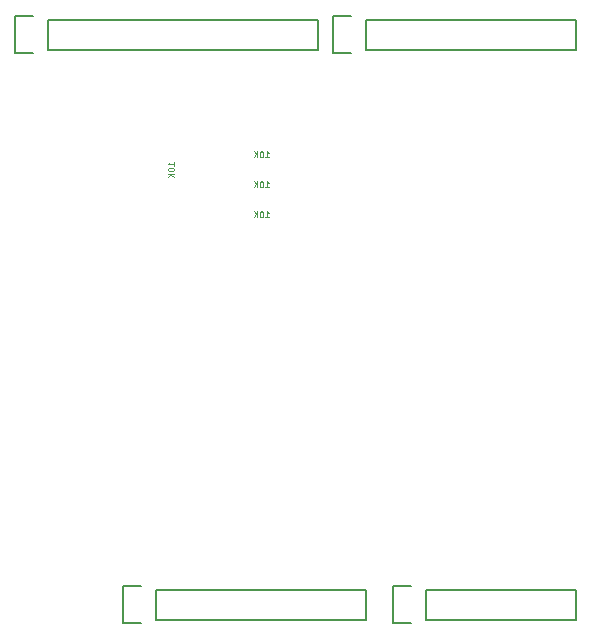
<source format=gbr>
%TF.GenerationSoftware,KiCad,Pcbnew,(5.0.2)-1*%
%TF.CreationDate,2019-01-10T22:37:42-06:00*%
%TF.ProjectId,ArduinoShield,41726475-696e-46f5-9368-69656c642e6b,rev?*%
%TF.SameCoordinates,PX69db1f0PY7882d48*%
%TF.FileFunction,Legend,Bot*%
%TF.FilePolarity,Positive*%
%FSLAX46Y46*%
G04 Gerber Fmt 4.6, Leading zero omitted, Abs format (unit mm)*
G04 Created by KiCad (PCBNEW (5.0.2)-1) date 1/10/2019 10:37:42 PM*
%MOMM*%
%LPD*%
G01*
G04 APERTURE LIST*
%ADD10C,0.150000*%
%ADD11C,0.125000*%
G04 APERTURE END LIST*
D10*
X20066000Y49530000D02*
X42926000Y49530000D01*
X42926000Y52070000D02*
X42926000Y49530000D01*
X42926000Y52070000D02*
X20066000Y52070000D01*
X17246000Y49250000D02*
X18796000Y49250000D01*
X20066000Y52070000D02*
X20066000Y49530000D01*
X18796000Y52350000D02*
X17246000Y52350000D01*
X17246000Y52350000D02*
X17246000Y49250000D01*
X46990000Y49530000D02*
X64770000Y49530000D01*
X64770000Y52070000D02*
X64770000Y49530000D01*
X64770000Y52070000D02*
X46990000Y52070000D01*
X44170000Y49250000D02*
X45720000Y49250000D01*
X46990000Y52070000D02*
X46990000Y49530000D01*
X45720000Y52350000D02*
X44170000Y52350000D01*
X44170000Y52350000D02*
X44170000Y49250000D01*
X29210000Y1270000D02*
X46990000Y1270000D01*
X46990000Y3810000D02*
X46990000Y1270000D01*
X46990000Y3810000D02*
X29210000Y3810000D01*
X26390000Y990000D02*
X27940000Y990000D01*
X29210000Y3810000D02*
X29210000Y1270000D01*
X27940000Y4090000D02*
X26390000Y4090000D01*
X26390000Y4090000D02*
X26390000Y990000D01*
X49250000Y4090000D02*
X49250000Y990000D01*
X50800000Y4090000D02*
X49250000Y4090000D01*
X52070000Y1270000D02*
X52070000Y3810000D01*
X49250000Y990000D02*
X50800000Y990000D01*
X64770000Y3810000D02*
X52070000Y3810000D01*
X64770000Y1270000D02*
X64770000Y3810000D01*
X52070000Y1270000D02*
X64770000Y1270000D01*
D11*
X30706190Y39715239D02*
X30706190Y40000953D01*
X30706190Y39858096D02*
X30206190Y39858096D01*
X30277619Y39905715D01*
X30325238Y39953334D01*
X30349047Y40000953D01*
X30206190Y39405715D02*
X30206190Y39358096D01*
X30230000Y39310477D01*
X30253809Y39286667D01*
X30301428Y39262858D01*
X30396666Y39239048D01*
X30515714Y39239048D01*
X30610952Y39262858D01*
X30658571Y39286667D01*
X30682380Y39310477D01*
X30706190Y39358096D01*
X30706190Y39405715D01*
X30682380Y39453334D01*
X30658571Y39477143D01*
X30610952Y39500953D01*
X30515714Y39524762D01*
X30396666Y39524762D01*
X30301428Y39500953D01*
X30253809Y39477143D01*
X30230000Y39453334D01*
X30206190Y39405715D01*
X30706190Y39024762D02*
X30206190Y39024762D01*
X30706190Y38739048D02*
X30420476Y38953334D01*
X30206190Y38739048D02*
X30491904Y39024762D01*
D10*
D11*
X38445238Y40413810D02*
X38730952Y40413810D01*
X38588095Y40413810D02*
X38588095Y40913810D01*
X38635714Y40842381D01*
X38683333Y40794762D01*
X38730952Y40770953D01*
X38135714Y40913810D02*
X38088095Y40913810D01*
X38040476Y40890000D01*
X38016666Y40866191D01*
X37992857Y40818572D01*
X37969047Y40723334D01*
X37969047Y40604286D01*
X37992857Y40509048D01*
X38016666Y40461429D01*
X38040476Y40437620D01*
X38088095Y40413810D01*
X38135714Y40413810D01*
X38183333Y40437620D01*
X38207142Y40461429D01*
X38230952Y40509048D01*
X38254761Y40604286D01*
X38254761Y40723334D01*
X38230952Y40818572D01*
X38207142Y40866191D01*
X38183333Y40890000D01*
X38135714Y40913810D01*
X37754761Y40413810D02*
X37754761Y40913810D01*
X37469047Y40413810D02*
X37683333Y40699524D01*
X37469047Y40913810D02*
X37754761Y40628096D01*
D10*
D11*
X38445238Y35333810D02*
X38730952Y35333810D01*
X38588095Y35333810D02*
X38588095Y35833810D01*
X38635714Y35762381D01*
X38683333Y35714762D01*
X38730952Y35690953D01*
X38135714Y35833810D02*
X38088095Y35833810D01*
X38040476Y35810000D01*
X38016666Y35786191D01*
X37992857Y35738572D01*
X37969047Y35643334D01*
X37969047Y35524286D01*
X37992857Y35429048D01*
X38016666Y35381429D01*
X38040476Y35357620D01*
X38088095Y35333810D01*
X38135714Y35333810D01*
X38183333Y35357620D01*
X38207142Y35381429D01*
X38230952Y35429048D01*
X38254761Y35524286D01*
X38254761Y35643334D01*
X38230952Y35738572D01*
X38207142Y35786191D01*
X38183333Y35810000D01*
X38135714Y35833810D01*
X37754761Y35333810D02*
X37754761Y35833810D01*
X37469047Y35333810D02*
X37683333Y35619524D01*
X37469047Y35833810D02*
X37754761Y35548096D01*
D10*
D11*
X38445238Y37873810D02*
X38730952Y37873810D01*
X38588095Y37873810D02*
X38588095Y38373810D01*
X38635714Y38302381D01*
X38683333Y38254762D01*
X38730952Y38230953D01*
X38135714Y38373810D02*
X38088095Y38373810D01*
X38040476Y38350000D01*
X38016666Y38326191D01*
X37992857Y38278572D01*
X37969047Y38183334D01*
X37969047Y38064286D01*
X37992857Y37969048D01*
X38016666Y37921429D01*
X38040476Y37897620D01*
X38088095Y37873810D01*
X38135714Y37873810D01*
X38183333Y37897620D01*
X38207142Y37921429D01*
X38230952Y37969048D01*
X38254761Y38064286D01*
X38254761Y38183334D01*
X38230952Y38278572D01*
X38207142Y38326191D01*
X38183333Y38350000D01*
X38135714Y38373810D01*
X37754761Y37873810D02*
X37754761Y38373810D01*
X37469047Y37873810D02*
X37683333Y38159524D01*
X37469047Y38373810D02*
X37754761Y38088096D01*
M02*

</source>
